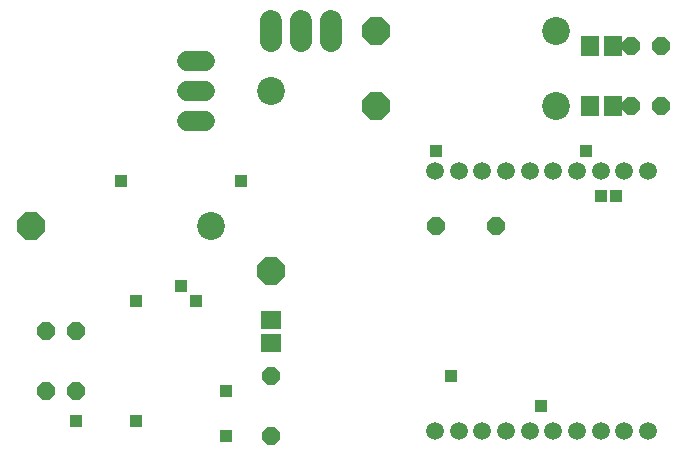
<source format=gbs>
G75*
G70*
%OFA0B0*%
%FSLAX24Y24*%
%IPPOS*%
%LPD*%
%AMOC8*
5,1,8,0,0,1.08239X$1,22.5*
%
%ADD10C,0.0595*%
%ADD11C,0.0680*%
%ADD12OC8,0.0600*%
%ADD13C,0.0740*%
%ADD14C,0.0930*%
%ADD15OC8,0.0930*%
%ADD16R,0.0592X0.0710*%
%ADD17R,0.0710X0.0592*%
%ADD18R,0.0440X0.0440*%
D10*
X014930Y001270D03*
X015718Y001270D03*
X016505Y001270D03*
X017293Y001270D03*
X018080Y001270D03*
X018867Y001270D03*
X019655Y001270D03*
X020442Y001270D03*
X021230Y001270D03*
X022017Y001270D03*
X022017Y009931D03*
X021230Y009931D03*
X020442Y009931D03*
X019655Y009931D03*
X018867Y009931D03*
X018080Y009931D03*
X017293Y009931D03*
X016505Y009931D03*
X015718Y009931D03*
X014930Y009931D03*
D11*
X007274Y011601D02*
X006674Y011601D01*
X006674Y012601D02*
X007274Y012601D01*
X007274Y013601D02*
X006674Y013601D01*
D12*
X014974Y008101D03*
X016974Y008101D03*
X021474Y012101D03*
X022474Y012101D03*
X022474Y014101D03*
X021474Y014101D03*
X009474Y003101D03*
X009474Y001101D03*
X002974Y002601D03*
X001974Y002601D03*
X001974Y004601D03*
X002974Y004601D03*
D13*
X009474Y014271D02*
X009474Y014931D01*
X010474Y014931D02*
X010474Y014271D01*
X011474Y014271D02*
X011474Y014931D01*
D14*
X009474Y012601D03*
X007474Y008101D03*
X018974Y012101D03*
X018974Y014601D03*
D15*
X012974Y014601D03*
X012974Y012101D03*
X009474Y006601D03*
X001474Y008101D03*
D16*
X020100Y012101D03*
X020848Y012101D03*
X020848Y014101D03*
X020100Y014101D03*
D17*
X009474Y004975D03*
X009474Y004227D03*
D18*
X002974Y001601D03*
X004974Y001601D03*
X007974Y001101D03*
X007974Y002601D03*
X006974Y005601D03*
X006474Y006101D03*
X004974Y005601D03*
X004474Y009601D03*
X008474Y009601D03*
X014974Y010601D03*
X019974Y010601D03*
X020474Y009101D03*
X020974Y009101D03*
X015474Y003101D03*
X018474Y002101D03*
M02*

</source>
